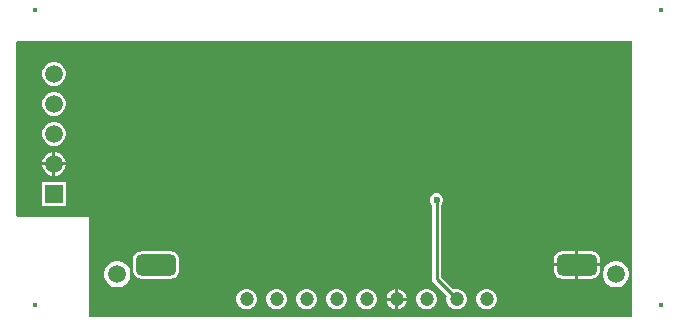
<source format=gtl>
G04*
G04 #@! TF.GenerationSoftware,Altium Limited,Altium Designer,22.4.2 (48)*
G04*
G04 Layer_Physical_Order=1*
G04 Layer_Color=255*
%FSLAX25Y25*%
%MOIN*%
G70*
G04*
G04 #@! TF.SameCoordinates,3C072E9B-22AA-40BF-B50C-96CCD76C562D*
G04*
G04*
G04 #@! TF.FilePolarity,Positive*
G04*
G01*
G75*
%ADD10C,0.01000*%
%ADD17C,0.03937*%
G04:AMPARAMS|DCode=18|XSize=133.86mil|YSize=70.87mil|CornerRadius=17.72mil|HoleSize=0mil|Usage=FLASHONLY|Rotation=0.000|XOffset=0mil|YOffset=0mil|HoleType=Round|Shape=RoundedRectangle|*
%AMROUNDEDRECTD18*
21,1,0.13386,0.03543,0,0,0.0*
21,1,0.09843,0.07087,0,0,0.0*
1,1,0.03543,0.04921,-0.01772*
1,1,0.03543,-0.04921,-0.01772*
1,1,0.03543,-0.04921,0.01772*
1,1,0.03543,0.04921,0.01772*
%
%ADD18ROUNDEDRECTD18*%
%ADD19C,0.01575*%
%ADD20C,0.04724*%
%ADD21C,0.05906*%
%ADD22R,0.05906X0.05906*%
%ADD23C,0.02362*%
G36*
X208858Y5807D02*
X27559D01*
Y39370D01*
X3937D01*
X3445Y39862D01*
Y97342D01*
X3839Y97736D01*
X208858D01*
Y5807D01*
D02*
G37*
%LPC*%
G36*
X16564Y90882D02*
X15523D01*
X14518Y90613D01*
X13616Y90092D01*
X12880Y89356D01*
X12360Y88455D01*
X12091Y87450D01*
Y86409D01*
X12360Y85403D01*
X12880Y84502D01*
X13616Y83766D01*
X14518Y83246D01*
X15523Y82976D01*
X16564D01*
X17569Y83246D01*
X18470Y83766D01*
X19206Y84502D01*
X19727Y85403D01*
X19996Y86409D01*
Y87450D01*
X19727Y88455D01*
X19206Y89356D01*
X18470Y90092D01*
X17569Y90613D01*
X16564Y90882D01*
D02*
G37*
G36*
Y80882D02*
X15523D01*
X14518Y80612D01*
X13616Y80092D01*
X12880Y79356D01*
X12360Y78455D01*
X12091Y77450D01*
Y76409D01*
X12360Y75403D01*
X12880Y74502D01*
X13616Y73766D01*
X14518Y73246D01*
X15523Y72976D01*
X16564D01*
X17569Y73246D01*
X18470Y73766D01*
X19206Y74502D01*
X19727Y75403D01*
X19996Y76409D01*
Y77450D01*
X19727Y78455D01*
X19206Y79356D01*
X18470Y80092D01*
X17569Y80612D01*
X16564Y80882D01*
D02*
G37*
G36*
Y70882D02*
X15523D01*
X14518Y70613D01*
X13616Y70092D01*
X12880Y69356D01*
X12360Y68455D01*
X12091Y67449D01*
Y66409D01*
X12360Y65403D01*
X12880Y64502D01*
X13616Y63766D01*
X14518Y63246D01*
X15523Y62976D01*
X16564D01*
X17569Y63246D01*
X18470Y63766D01*
X19206Y64502D01*
X19727Y65403D01*
X19996Y66409D01*
Y67449D01*
X19727Y68455D01*
X19206Y69356D01*
X18470Y70092D01*
X17569Y70613D01*
X16564Y70882D01*
D02*
G37*
G36*
Y60882D02*
X16543D01*
Y57429D01*
X19996D01*
Y57450D01*
X19727Y58455D01*
X19206Y59356D01*
X18470Y60092D01*
X17569Y60612D01*
X16564Y60882D01*
D02*
G37*
G36*
X15543D02*
X15523D01*
X14518Y60612D01*
X13616Y60092D01*
X12880Y59356D01*
X12360Y58455D01*
X12091Y57450D01*
Y57429D01*
X15543D01*
Y60882D01*
D02*
G37*
G36*
X19996Y56429D02*
X16543D01*
Y52976D01*
X16564D01*
X17569Y53246D01*
X18470Y53766D01*
X19206Y54502D01*
X19727Y55403D01*
X19996Y56409D01*
Y56429D01*
D02*
G37*
G36*
X15543D02*
X12091D01*
Y56409D01*
X12360Y55403D01*
X12880Y54502D01*
X13616Y53766D01*
X14518Y53246D01*
X15523Y52976D01*
X15543D01*
Y56429D01*
D02*
G37*
G36*
X19996Y50882D02*
X12091D01*
Y42976D01*
X19996D01*
Y50882D01*
D02*
G37*
G36*
X195236Y27796D02*
X190815D01*
Y23728D01*
X198032D01*
Y25000D01*
X197936Y25723D01*
X197657Y26398D01*
X197213Y26977D01*
X196634Y27421D01*
X195960Y27700D01*
X195236Y27796D01*
D02*
G37*
G36*
X189815D02*
X185394D01*
X184670Y27700D01*
X183996Y27421D01*
X183417Y26977D01*
X182973Y26398D01*
X182693Y25723D01*
X182598Y25000D01*
Y23728D01*
X189815D01*
Y27796D01*
D02*
G37*
G36*
X198032Y22728D02*
X190815D01*
Y18661D01*
X195236D01*
X195960Y18756D01*
X196634Y19036D01*
X197213Y19480D01*
X197657Y20059D01*
X197936Y20733D01*
X198032Y21457D01*
Y22728D01*
D02*
G37*
G36*
X189815D02*
X182598D01*
Y21457D01*
X182693Y20733D01*
X182973Y20059D01*
X183417Y19480D01*
X183996Y19036D01*
X184670Y18756D01*
X185394Y18661D01*
X189815D01*
Y22728D01*
D02*
G37*
G36*
X55079Y27796D02*
X45236D01*
X44513Y27700D01*
X43838Y27421D01*
X43259Y26977D01*
X42815Y26398D01*
X42536Y25723D01*
X42441Y25000D01*
Y21457D01*
X42536Y20733D01*
X42815Y20059D01*
X43259Y19480D01*
X43838Y19036D01*
X44513Y18756D01*
X45236Y18661D01*
X55079D01*
X55802Y18756D01*
X56476Y19036D01*
X57055Y19480D01*
X57500Y20059D01*
X57779Y20733D01*
X57874Y21457D01*
Y25000D01*
X57779Y25723D01*
X57500Y26398D01*
X57055Y26977D01*
X56476Y27421D01*
X55802Y27700D01*
X55079Y27796D01*
D02*
G37*
G36*
X203879Y24425D02*
X202735D01*
X201629Y24129D01*
X200638Y23557D01*
X199829Y22748D01*
X199257Y21756D01*
X198961Y20651D01*
Y19507D01*
X199257Y18401D01*
X199829Y17410D01*
X200638Y16601D01*
X201629Y16028D01*
X202735Y15732D01*
X203879D01*
X204985Y16028D01*
X205976Y16601D01*
X206785Y17410D01*
X207357Y18401D01*
X207653Y19507D01*
Y20651D01*
X207357Y21756D01*
X206785Y22748D01*
X205976Y23557D01*
X204985Y24129D01*
X203879Y24425D01*
D02*
G37*
G36*
X37738D02*
X36593D01*
X35488Y24129D01*
X34497Y23557D01*
X33687Y22748D01*
X33115Y21756D01*
X32819Y20651D01*
Y19507D01*
X33115Y18401D01*
X33687Y17410D01*
X34497Y16601D01*
X35488Y16028D01*
X36593Y15732D01*
X37738D01*
X38843Y16028D01*
X39834Y16601D01*
X40643Y17410D01*
X41216Y18401D01*
X41512Y19507D01*
Y20651D01*
X41216Y21756D01*
X40643Y22748D01*
X39834Y23557D01*
X38843Y24129D01*
X37738Y24425D01*
D02*
G37*
G36*
X130736Y15158D02*
Y12311D01*
X133583D01*
X133369Y13109D01*
X132927Y13875D01*
X132301Y14501D01*
X131534Y14944D01*
X130736Y15158D01*
D02*
G37*
G36*
X129736D02*
X128938Y14944D01*
X128172Y14501D01*
X127546Y13875D01*
X127103Y13109D01*
X126889Y12311D01*
X129736D01*
Y15158D01*
D02*
G37*
G36*
X133583Y11311D02*
X130736D01*
Y8464D01*
X131534Y8678D01*
X132301Y9121D01*
X132927Y9747D01*
X133369Y10513D01*
X133583Y11311D01*
D02*
G37*
G36*
X129736D02*
X126889D01*
X127103Y10513D01*
X127546Y9747D01*
X128172Y9121D01*
X128938Y8678D01*
X129736Y8464D01*
Y11311D01*
D02*
G37*
G36*
X160679Y15173D02*
X159794D01*
X158939Y14944D01*
X158172Y14501D01*
X157546Y13875D01*
X157103Y13109D01*
X156874Y12254D01*
Y11368D01*
X157103Y10513D01*
X157546Y9747D01*
X158172Y9121D01*
X158939Y8678D01*
X159794Y8449D01*
X160679D01*
X161534Y8678D01*
X162301Y9121D01*
X162927Y9747D01*
X163369Y10513D01*
X163598Y11368D01*
Y12254D01*
X163369Y13109D01*
X162927Y13875D01*
X162301Y14501D01*
X161534Y14944D01*
X160679Y15173D01*
D02*
G37*
G36*
X144036Y47063D02*
X143168D01*
X142367Y46731D01*
X141753Y46117D01*
X141421Y45316D01*
Y44448D01*
X141753Y43646D01*
X142073Y43327D01*
Y18445D01*
X142189Y17860D01*
X142521Y17363D01*
X147034Y12850D01*
X146874Y12254D01*
Y11368D01*
X147103Y10513D01*
X147546Y9747D01*
X148172Y9121D01*
X148939Y8678D01*
X149794Y8449D01*
X150679D01*
X151534Y8678D01*
X152301Y9121D01*
X152927Y9747D01*
X153369Y10513D01*
X153598Y11368D01*
Y12254D01*
X153369Y13109D01*
X152927Y13875D01*
X152301Y14501D01*
X151534Y14944D01*
X150679Y15173D01*
X149794D01*
X149197Y15013D01*
X145132Y19078D01*
Y43327D01*
X145451Y43646D01*
X145783Y44448D01*
Y45316D01*
X145451Y46117D01*
X144838Y46731D01*
X144036Y47063D01*
D02*
G37*
G36*
X140679Y15173D02*
X139794D01*
X138938Y14944D01*
X138172Y14501D01*
X137546Y13875D01*
X137103Y13109D01*
X136874Y12254D01*
Y11368D01*
X137103Y10513D01*
X137546Y9747D01*
X138172Y9121D01*
X138938Y8678D01*
X139794Y8449D01*
X140679D01*
X141534Y8678D01*
X142301Y9121D01*
X142927Y9747D01*
X143369Y10513D01*
X143598Y11368D01*
Y12254D01*
X143369Y13109D01*
X142927Y13875D01*
X142301Y14501D01*
X141534Y14944D01*
X140679Y15173D01*
D02*
G37*
G36*
X120679D02*
X119794D01*
X118939Y14944D01*
X118172Y14501D01*
X117546Y13875D01*
X117103Y13109D01*
X116874Y12254D01*
Y11368D01*
X117103Y10513D01*
X117546Y9747D01*
X118172Y9121D01*
X118939Y8678D01*
X119794Y8449D01*
X120679D01*
X121534Y8678D01*
X122301Y9121D01*
X122927Y9747D01*
X123369Y10513D01*
X123598Y11368D01*
Y12254D01*
X123369Y13109D01*
X122927Y13875D01*
X122301Y14501D01*
X121534Y14944D01*
X120679Y15173D01*
D02*
G37*
G36*
X110679D02*
X109794D01*
X108939Y14944D01*
X108172Y14501D01*
X107546Y13875D01*
X107103Y13109D01*
X106874Y12254D01*
Y11368D01*
X107103Y10513D01*
X107546Y9747D01*
X108172Y9121D01*
X108939Y8678D01*
X109794Y8449D01*
X110679D01*
X111534Y8678D01*
X112301Y9121D01*
X112927Y9747D01*
X113369Y10513D01*
X113598Y11368D01*
Y12254D01*
X113369Y13109D01*
X112927Y13875D01*
X112301Y14501D01*
X111534Y14944D01*
X110679Y15173D01*
D02*
G37*
G36*
X100679D02*
X99794D01*
X98939Y14944D01*
X98172Y14501D01*
X97546Y13875D01*
X97103Y13109D01*
X96874Y12254D01*
Y11368D01*
X97103Y10513D01*
X97546Y9747D01*
X98172Y9121D01*
X98939Y8678D01*
X99794Y8449D01*
X100679D01*
X101534Y8678D01*
X102301Y9121D01*
X102927Y9747D01*
X103369Y10513D01*
X103598Y11368D01*
Y12254D01*
X103369Y13109D01*
X102927Y13875D01*
X102301Y14501D01*
X101534Y14944D01*
X100679Y15173D01*
D02*
G37*
G36*
X90679D02*
X89794D01*
X88938Y14944D01*
X88172Y14501D01*
X87546Y13875D01*
X87103Y13109D01*
X86874Y12254D01*
Y11368D01*
X87103Y10513D01*
X87546Y9747D01*
X88172Y9121D01*
X88938Y8678D01*
X89794Y8449D01*
X90679D01*
X91534Y8678D01*
X92301Y9121D01*
X92927Y9747D01*
X93369Y10513D01*
X93598Y11368D01*
Y12254D01*
X93369Y13109D01*
X92927Y13875D01*
X92301Y14501D01*
X91534Y14944D01*
X90679Y15173D01*
D02*
G37*
G36*
X80679D02*
X79794D01*
X78939Y14944D01*
X78172Y14501D01*
X77546Y13875D01*
X77103Y13109D01*
X76874Y12254D01*
Y11368D01*
X77103Y10513D01*
X77546Y9747D01*
X78172Y9121D01*
X78939Y8678D01*
X79794Y8449D01*
X80679D01*
X81534Y8678D01*
X82301Y9121D01*
X82927Y9747D01*
X83369Y10513D01*
X83598Y11368D01*
Y12254D01*
X83369Y13109D01*
X82927Y13875D01*
X82301Y14501D01*
X81534Y14944D01*
X80679Y15173D01*
D02*
G37*
%LPD*%
D10*
X143602Y18445D02*
X150236Y11811D01*
X143602Y18445D02*
Y44882D01*
D17*
X37244Y56929D02*
X39370Y59055D01*
D18*
X50157Y23228D02*
D03*
X190315D02*
D03*
D19*
X218504Y108268D02*
D03*
Y9843D02*
D03*
X9843Y108268D02*
D03*
Y9843D02*
D03*
D20*
X80236Y11811D02*
D03*
X90236D02*
D03*
X100236D02*
D03*
X110236D02*
D03*
X140236D02*
D03*
X150236D02*
D03*
X160236D02*
D03*
X120236D02*
D03*
X130236D02*
D03*
D21*
X203307Y20079D02*
D03*
X37165D02*
D03*
X16043Y56929D02*
D03*
Y66929D02*
D03*
Y76929D02*
D03*
Y86929D02*
D03*
D22*
Y46929D02*
D03*
D23*
X37795Y34350D02*
D03*
X143602Y44882D02*
D03*
M02*

</source>
